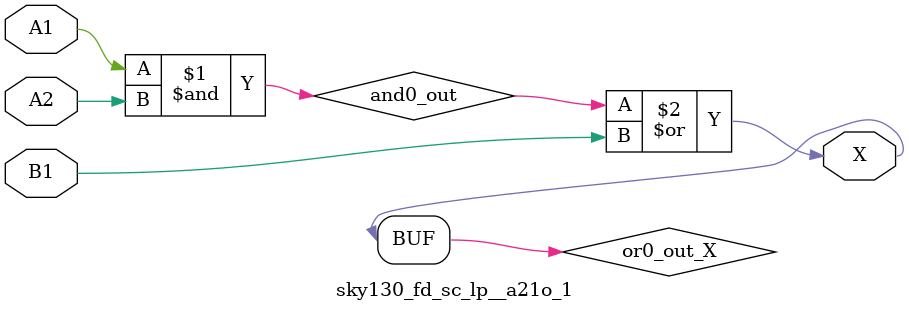
<source format=v>
/*
 * Copyright 2020 The SkyWater PDK Authors
 *
 * Licensed under the Apache License, Version 2.0 (the "License");
 * you may not use this file except in compliance with the License.
 * You may obtain a copy of the License at
 *
 *     https://www.apache.org/licenses/LICENSE-2.0
 *
 * Unless required by applicable law or agreed to in writing, software
 * distributed under the License is distributed on an "AS IS" BASIS,
 * WITHOUT WARRANTIES OR CONDITIONS OF ANY KIND, either express or implied.
 * See the License for the specific language governing permissions and
 * limitations under the License.
 *
 * SPDX-License-Identifier: Apache-2.0
*/


`ifndef SKY130_FD_SC_LP__A21O_1_FUNCTIONAL_V
`define SKY130_FD_SC_LP__A21O_1_FUNCTIONAL_V

/**
 * a21o: 2-input AND into first input of 2-input OR.
 *
 *       X = ((A1 & A2) | B1)
 *
 * Verilog simulation functional model.
 */

`timescale 1ns / 1ps
`default_nettype none

`celldefine
module sky130_fd_sc_lp__a21o_1 (
    X ,
    A1,
    A2,
    B1
);

    // Module ports
    output X ;
    input  A1;
    input  A2;
    input  B1;

    // Local signals
    wire and0_out ;
    wire or0_out_X;

    //  Name  Output     Other arguments
    and and0 (and0_out , A1, A2         );
    or  or0  (or0_out_X, and0_out, B1   );
    buf buf0 (X        , or0_out_X      );

endmodule
`endcelldefine

`default_nettype wire
`endif  // SKY130_FD_SC_LP__A21O_1_FUNCTIONAL_V

</source>
